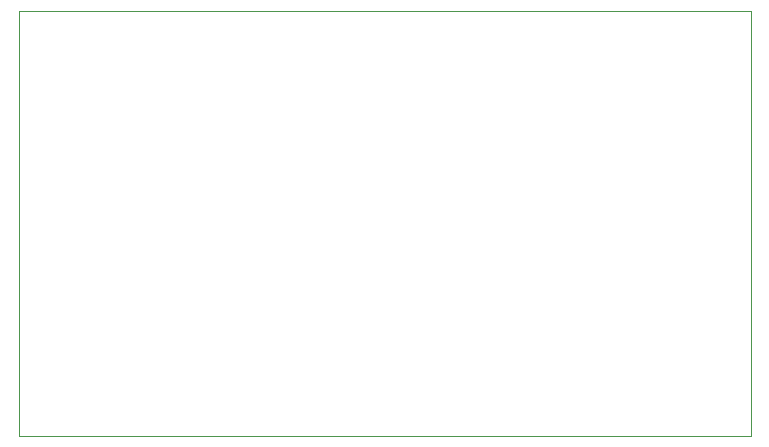
<source format=gbr>
%TF.GenerationSoftware,KiCad,Pcbnew,8.0.4*%
%TF.CreationDate,2024-10-03T18:10:01-05:00*%
%TF.ProjectId,Haptics PWM module,48617074-6963-4732-9050-574d206d6f64,rev?*%
%TF.SameCoordinates,Original*%
%TF.FileFunction,Profile,NP*%
%FSLAX46Y46*%
G04 Gerber Fmt 4.6, Leading zero omitted, Abs format (unit mm)*
G04 Created by KiCad (PCBNEW 8.0.4) date 2024-10-03 18:10:01*
%MOMM*%
%LPD*%
G01*
G04 APERTURE LIST*
%TA.AperFunction,Profile*%
%ADD10C,0.050000*%
%TD*%
G04 APERTURE END LIST*
D10*
X70000000Y-53000000D02*
X132000000Y-53000000D01*
X132000000Y-89000000D01*
X70000000Y-89000000D01*
X70000000Y-53000000D01*
M02*

</source>
